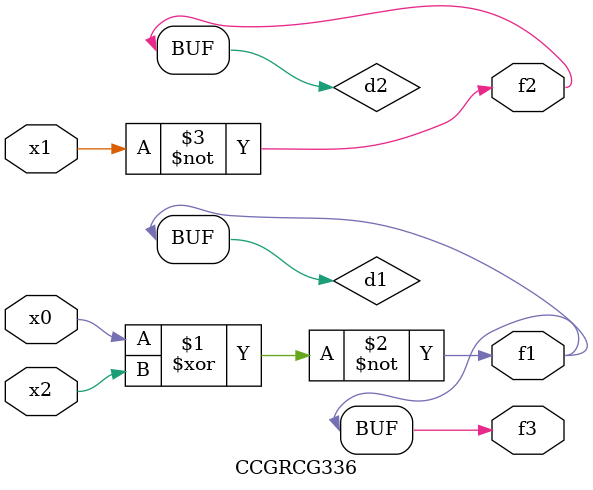
<source format=v>
module CCGRCG336(
	input x0, x1, x2,
	output f1, f2, f3
);

	wire d1, d2, d3;

	xnor (d1, x0, x2);
	nand (d2, x1);
	nor (d3, x1, x2);
	assign f1 = d1;
	assign f2 = d2;
	assign f3 = d1;
endmodule

</source>
